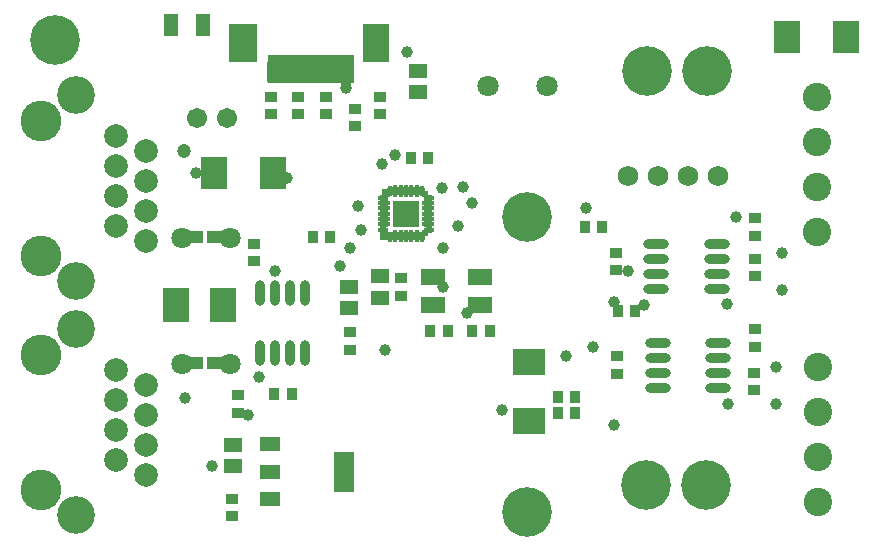
<source format=gts>
G04 Layer_Color=8388736*
%FSAX44Y44*%
%MOMM*%
G71*
G01*
G75*
%ADD67R,0.9652X0.7112*%
%ADD68R,7.2390X2.3826*%
%ADD69R,0.6350X0.7620*%
%ADD70R,0.6350X0.6350*%
%ADD71R,0.5080X0.5080*%
%ADD72R,1.3208X1.1176*%
%ADD73R,1.1430X1.1176*%
%ADD74R,2.1960X2.1960*%
%ADD75O,0.9532X0.4532*%
%ADD76O,1.0532X0.4532*%
%ADD77O,0.4532X0.9532*%
%ADD78O,0.4532X1.0532*%
%ADD79R,2.2032X2.7032*%
%ADD80R,2.0032X1.4032*%
%ADD81R,1.1032X0.9032*%
%ADD82R,0.9032X1.1032*%
%ADD83R,1.0032X1.8032*%
%ADD84R,2.3032X3.2032*%
%ADD85R,2.4032X3.2032*%
%ADD86O,2.1532X0.9032*%
%ADD87R,1.5032X1.2032*%
%ADD88O,0.9032X2.1532*%
%ADD89R,1.3032X1.9032*%
%ADD90R,2.7032X2.2032*%
%ADD91R,1.7032X3.5032*%
%ADD92R,1.7032X1.2032*%
%ADD93R,2.2032X3.0032*%
%ADD94C,1.8032*%
%ADD95C,4.2032*%
%ADD96C,1.2032*%
%ADD97C,1.7272*%
%ADD98C,2.4032*%
%ADD99C,3.4532*%
%ADD100C,3.2032*%
%ADD101C,2.0032*%
%ADD102C,1.7032*%
%ADD103C,1.0032*%
D67*
X00608584Y01004874D02*
D03*
D68*
X00578485Y01018057D02*
D03*
D69*
X00640715Y00876300D02*
D03*
D70*
X00641985Y00912495D02*
D03*
D71*
X00675640Y00911860D02*
D03*
Y00878840D02*
D03*
D72*
X00497586Y00875334D02*
D03*
Y00768654D02*
D03*
D73*
X00481457Y00875334D02*
D03*
Y00768654D02*
D03*
D74*
X00659130Y00895350D02*
D03*
D75*
X00639630Y00881850D02*
D03*
Y00908850D02*
D03*
X00678630D02*
D03*
Y00881850D02*
D03*
D76*
X00640130Y00886350D02*
D03*
Y00890850D02*
D03*
Y00895350D02*
D03*
Y00899850D02*
D03*
Y00904350D02*
D03*
X00678130Y00904350D02*
D03*
Y00899850D02*
D03*
Y00895350D02*
D03*
Y00890850D02*
D03*
Y00886350D02*
D03*
D77*
X00645630Y00914850D02*
D03*
X00672630D02*
D03*
X00672630Y00875850D02*
D03*
X00645630D02*
D03*
D78*
X00650130Y00914350D02*
D03*
X00654630D02*
D03*
X00659130D02*
D03*
X00663630D02*
D03*
X00668130D02*
D03*
Y00876350D02*
D03*
X00663630D02*
D03*
X00659130D02*
D03*
X00654630D02*
D03*
X00650130D02*
D03*
D79*
X00981710Y01045210D02*
D03*
X01031710D02*
D03*
X00496570Y00929690D02*
D03*
X00546570D02*
D03*
D80*
X00681990Y00841880D02*
D03*
Y00817880D02*
D03*
X00721990D02*
D03*
Y00841880D02*
D03*
D81*
X00568008Y00994470D02*
D03*
Y00979470D02*
D03*
X00544830Y00994470D02*
D03*
Y00979470D02*
D03*
X00655320Y00840620D02*
D03*
Y00825620D02*
D03*
X00591185Y00979470D02*
D03*
Y00994470D02*
D03*
X00612140Y00794900D02*
D03*
Y00779900D02*
D03*
X00953770Y00760610D02*
D03*
Y00745610D02*
D03*
X00616204Y00984180D02*
D03*
Y00969180D02*
D03*
X00637540Y00979470D02*
D03*
Y00994470D02*
D03*
X00838200Y00759580D02*
D03*
Y00774580D02*
D03*
X00516890Y00741610D02*
D03*
Y00726610D02*
D03*
X00530860Y00854880D02*
D03*
Y00869880D02*
D03*
X00955040Y00857130D02*
D03*
Y00842130D02*
D03*
X00836930Y00847210D02*
D03*
Y00862210D02*
D03*
X00511810Y00653930D02*
D03*
Y00638930D02*
D03*
X00955040Y00782440D02*
D03*
Y00797440D02*
D03*
Y00876420D02*
D03*
Y00891420D02*
D03*
D82*
X00810380Y00883920D02*
D03*
X00825380D02*
D03*
X00679570Y00796290D02*
D03*
X00694570D02*
D03*
X00580002Y00875842D02*
D03*
X00595002D02*
D03*
X00730130Y00796290D02*
D03*
X00715130D02*
D03*
X00547490Y00742950D02*
D03*
X00562490D02*
D03*
X00663060Y00942340D02*
D03*
X00678060D02*
D03*
X00838320Y00812800D02*
D03*
X00853320D02*
D03*
X00787520Y00726440D02*
D03*
X00802520D02*
D03*
X00787520Y00740410D02*
D03*
X00802520D02*
D03*
D83*
X00608730Y01015180D02*
D03*
X00596230D02*
D03*
X00583730D02*
D03*
X00571230D02*
D03*
X00558730D02*
D03*
X00546230D02*
D03*
D84*
X00633730Y01040180D02*
D03*
D85*
X00521230D02*
D03*
D86*
X00923390Y00748030D02*
D03*
Y00760730D02*
D03*
Y00773430D02*
D03*
Y00786130D02*
D03*
X00872390Y00748030D02*
D03*
Y00760730D02*
D03*
Y00773430D02*
D03*
Y00786130D02*
D03*
X00922120Y00831850D02*
D03*
Y00844550D02*
D03*
Y00857250D02*
D03*
Y00869950D02*
D03*
X00871120Y00831850D02*
D03*
Y00844550D02*
D03*
Y00857250D02*
D03*
Y00869950D02*
D03*
D87*
X00610870Y00833230D02*
D03*
Y00815230D02*
D03*
X00637540Y00824170D02*
D03*
Y00842170D02*
D03*
X00513080Y00699880D02*
D03*
Y00681880D02*
D03*
X00669290Y01016110D02*
D03*
Y00998110D02*
D03*
D88*
X00574040Y00828140D02*
D03*
X00561340D02*
D03*
X00548640D02*
D03*
X00535940D02*
D03*
X00574040Y00777140D02*
D03*
X00561340D02*
D03*
X00548640D02*
D03*
X00535940D02*
D03*
D89*
X00487210Y01055420D02*
D03*
X00460210D02*
D03*
D90*
X00763270Y00770090D02*
D03*
Y00720090D02*
D03*
D91*
X00606810Y00676326D02*
D03*
D92*
X00543810Y00653326D02*
D03*
Y00676326D02*
D03*
Y00700494D02*
D03*
D93*
X00504190Y00817930D02*
D03*
X00464190D02*
D03*
D94*
X00778510Y01003300D02*
D03*
X00728510D02*
D03*
X00509900Y00875080D02*
D03*
X00469900D02*
D03*
X00509900Y00768400D02*
D03*
X00469900D02*
D03*
D95*
X00762000Y00892670D02*
D03*
X00362000Y01042670D02*
D03*
X00762000Y00642670D02*
D03*
X00862076Y00665480D02*
D03*
X00912876D02*
D03*
X00914400Y01016000D02*
D03*
X00863600D02*
D03*
D96*
X00471170Y00948690D02*
D03*
D97*
X00847090Y00927100D02*
D03*
X00872490D02*
D03*
X00897890D02*
D03*
X00923290D02*
D03*
D98*
X01008380Y00651510D02*
D03*
Y00689610D02*
D03*
Y00727710D02*
D03*
Y00765810D02*
D03*
X01007110Y00880110D02*
D03*
Y00918210D02*
D03*
Y00956310D02*
D03*
Y00994410D02*
D03*
D99*
X00350420Y00661670D02*
D03*
Y00775970D02*
D03*
Y00859790D02*
D03*
Y00974090D02*
D03*
D100*
X00379920Y00797570D02*
D03*
Y00640070D02*
D03*
Y00995690D02*
D03*
Y00838190D02*
D03*
D101*
X00439420Y00674370D02*
D03*
X00414020Y00687070D02*
D03*
X00439420Y00699770D02*
D03*
X00414020Y00712470D02*
D03*
X00439420Y00725170D02*
D03*
X00414020Y00737870D02*
D03*
X00439420Y00750570D02*
D03*
X00414020Y00763270D02*
D03*
X00439420Y00872490D02*
D03*
X00414020Y00885190D02*
D03*
X00439420Y00897890D02*
D03*
X00414020Y00910590D02*
D03*
X00439420Y00923290D02*
D03*
X00414020Y00935990D02*
D03*
X00439420Y00948690D02*
D03*
X00414020Y00961390D02*
D03*
D102*
X00508000Y00976680D02*
D03*
X00482600D02*
D03*
D103*
X00664630Y00900850D02*
D03*
Y00889850D02*
D03*
X00653630Y00900850D02*
D03*
Y00889850D02*
D03*
X00660146Y01032560D02*
D03*
X00608330Y01002080D02*
D03*
X00707390Y00918260D02*
D03*
X00715010Y00904290D02*
D03*
X00689610Y00916940D02*
D03*
X00690880Y00866190D02*
D03*
X00603250Y00850950D02*
D03*
X00612140Y00866190D02*
D03*
X00638810Y00937310D02*
D03*
X00650240Y00944930D02*
D03*
X00558800Y00925880D02*
D03*
X00711200Y00811530D02*
D03*
X00938530Y00892810D02*
D03*
X00740410Y00728980D02*
D03*
X00534670Y00756920D02*
D03*
X00811530Y00900430D02*
D03*
X00703580Y00885190D02*
D03*
X00795020Y00774700D02*
D03*
X00817880Y00782320D02*
D03*
X00861060Y00817880D02*
D03*
X00847090Y00847090D02*
D03*
X00977900Y00862330D02*
D03*
Y00830580D02*
D03*
X00972820Y00765810D02*
D03*
Y00734060D02*
D03*
X00835660Y00716280D02*
D03*
X00930910Y00819150D02*
D03*
X00932180Y00734060D02*
D03*
X00835660Y00820420D02*
D03*
X00690880Y00832990D02*
D03*
X00641470Y00779900D02*
D03*
X00495300Y00681990D02*
D03*
X00548640Y00847090D02*
D03*
X00621030Y00881380D02*
D03*
X00618490Y00901700D02*
D03*
X00472440Y00739190D02*
D03*
X00525780Y00725220D02*
D03*
X00481330Y00929690D02*
D03*
M02*

</source>
